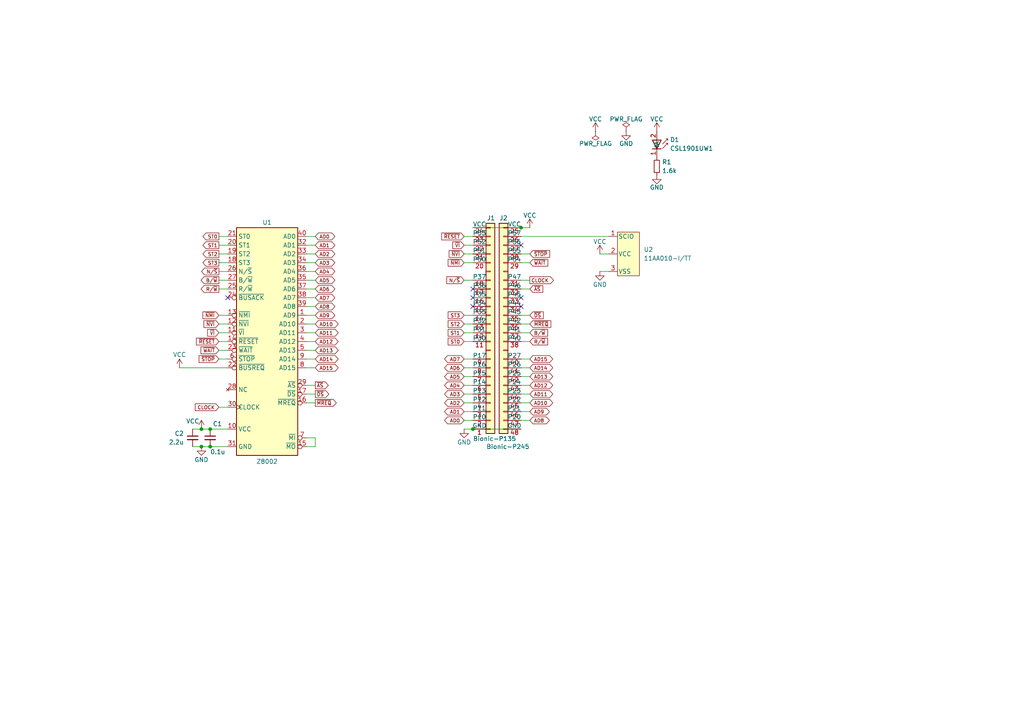
<source format=kicad_sch>
(kicad_sch (version 20250114) (generator "eeschema") (generator_version "9.0")
  (paper "A4")
  (title_block (title "BionicZ8002") (date "2025-12-16") (rev "1") (company "Tadashi G. Takaoka"))
  (lib_symbols
    (symbol "Device:C_Small" (pin_numbers (hide yes)) (pin_names (offset 0.254) (hide yes))
      (property "Reference" "C" (at 0.254 1.778 0))
      (property "Value" "C_Small" (at 0.254 -2.032 0))
      (symbol "C_Small_0_1"
        (polyline (pts (xy -1.524 0.508) (xy 1.524 0.508)) (stroke (width 0.3048)))
        (polyline (pts (xy -1.524 -0.508) (xy 1.524 -0.508)) (stroke (width 0.3302)))
      )
      (symbol "C_Small_1_1"
        (pin passive line (at 0 2.54 270) (length 2.032) (name "~") (number "1"))
        (pin passive line (at 0 -2.54 90) (length 2.032) (name "~") (number "2"))
      )
    )
    (symbol "Device:R_Small" (pin_numbers (hide yes)) (pin_names (offset 0.254) (hide yes))
      (property "Reference" "R" (at 0 0 90))
      (property "Value" "R_Small" (at 1.778 0 90))
      (symbol "R_Small_0_1"
        (rectangle (start -0.762 1.778) (end 0.762 -1.778) (stroke (width 0.2032)))
      )
      (symbol "R_Small_1_1"
        (pin passive line (at 0 2.54 270) (length 0.762) (name "~") (number "1"))
        (pin passive line (at 0 -2.54 90) (length 0.762) (name "~") (number "2"))
      )
    )
    (symbol "bionic:Bionic-P135" (pin_names (offset 0))
      (property "Reference" "J" (at 0 30.48 0))
      (property "Value" "Bionic-P135" (at -1.27 -33.02 0))
      (symbol "Bionic-P135_1_1"
        (rectangle (start 0 28.067) (end -1.27 27.813) (stroke (width 0.1524)))
        (rectangle (start 0 25.527) (end -1.27 25.273) (stroke (width 0.1524)))
        (rectangle (start 0 22.987) (end -1.27 22.733) (stroke (width 0.1524)))
        (rectangle (start 0 20.447) (end -1.27 20.193) (stroke (width 0.1524)))
        (rectangle (start 0 17.907) (end -1.27 17.653) (stroke (width 0.1524)))
        (rectangle (start 0 15.367) (end -1.27 15.113) (stroke (width 0.1524)))
        (rectangle (start 0 12.827) (end -1.27 12.573) (stroke (width 0.1524)))
        (rectangle (start 0 10.287) (end -1.27 10.033) (stroke (width 0.1524)))
        (rectangle (start 0 7.747) (end -1.27 7.493) (stroke (width 0.1524)))
        (rectangle (start 0 5.207) (end -1.27 4.953) (stroke (width 0.1524)))
        (rectangle (start 0 2.667) (end -1.27 2.413) (stroke (width 0.1524)))
        (rectangle (start 0 0.127) (end -1.27 -0.127) (stroke (width 0.1524)))
        (rectangle (start 0 -2.413) (end -1.27 -2.667) (stroke (width 0.1524)))
        (rectangle (start 0 -4.953) (end -1.27 -5.207) (stroke (width 0.1524)))
        (rectangle (start 0 -7.493) (end -1.27 -7.747) (stroke (width 0.1524)))
        (rectangle (start 0 -10.033) (end -1.27 -10.287) (stroke (width 0.1524)))
        (rectangle (start 0 -12.573) (end -1.27 -12.827) (stroke (width 0.1524)))
        (rectangle (start 0 -15.113) (end -1.27 -15.367) (stroke (width 0.1524)))
        (rectangle (start 0 -17.653) (end -1.27 -17.907) (stroke (width 0.1524)))
        (rectangle (start 0 -20.193) (end -1.27 -20.447) (stroke (width 0.1524)))
        (rectangle (start 0 -22.733) (end -1.27 -22.987) (stroke (width 0.1524)))
        (rectangle (start 0 -25.273) (end -1.27 -25.527) (stroke (width 0.1524)))
        (rectangle (start 0 -27.813) (end -1.27 -28.067) (stroke (width 0.1524)))
        (rectangle (start 0 -30.353) (end -1.27 -30.607) (stroke (width 0.1524)))
        (rectangle (start 1.27 29.21) (end -1.27 -31.75) (stroke (width 0.254)) (fill (type background)))
        (pin power_in line (at -5.08 27.94 0) (length 3.81) (name "VCC") (number "24"))
        (pin bidirectional line (at -5.08 25.4 0) (length 3.81) (name "P53") (number "23"))
        (pin bidirectional line (at -5.08 22.86 0) (length 3.81) (name "P52") (number "22"))
        (pin bidirectional line (at -5.08 20.32 0) (length 3.81) (name "P51") (number "21"))
        (pin bidirectional line (at -5.08 17.78 0) (length 3.81) (name "P50") (number "20"))
        (pin bidirectional line (at -5.08 12.7 0) (length 3.81) (name "P37") (number "18"))
        (pin bidirectional line (at -5.08 10.16 0) (length 3.81) (name "P36") (number "17"))
        (pin bidirectional line (at -5.08 7.62 0) (length 3.81) (name "P35") (number "16"))
        (pin bidirectional line (at -5.08 5.08 0) (length 3.81) (name "P34") (number "15"))
        (pin bidirectional line (at -5.08 2.54 0) (length 3.81) (name "P33") (number "14"))
        (pin bidirectional line (at -5.08 0 0) (length 3.81) (name "P32") (number "13"))
        (pin bidirectional line (at -5.08 -2.54 0) (length 3.81) (name "P31") (number "12"))
        (pin bidirectional line (at -5.08 -5.08 0) (length 3.81) (name "P30") (number "11"))
        (pin bidirectional line (at -5.08 -10.16 0) (length 3.81) (name "P17") (number "9"))
        (pin bidirectional line (at -5.08 -12.7 0) (length 3.81) (name "P16") (number "8"))
        (pin bidirectional line (at -5.08 -15.24 0) (length 3.81) (name "P15") (number "7"))
        (pin bidirectional line (at -5.08 -17.78 0) (length 3.81) (name "P14") (number "6"))
        (pin bidirectional line (at -5.08 -20.32 0) (length 3.81) (name "P13") (number "5"))
        (pin bidirectional line (at -5.08 -22.86 0) (length 3.81) (name "P12") (number "4"))
        (pin bidirectional line (at -5.08 -25.4 0) (length 3.81) (name "P11") (number "3"))
        (pin bidirectional line (at -5.08 -27.94 0) (length 3.81) (name "P10") (number "2"))
        (pin power_in line (at -5.08 -30.48 0) (length 3.81) (name "GND") (number "1"))
      )
    )
    (symbol "bionic:Bionic-P245" (pin_names (offset 0))
      (property "Reference" "J" (at -3.81 30.48 0))
      (property "Value" "Bionic-P245" (at -1.27 -33.02 0))
      (symbol "Bionic-P245_1_1"
        (rectangle (start -2.54 29.21) (end -5.08 -31.75) (stroke (width 0.254)) (fill (type background)))
        (rectangle (start -2.54 27.813) (end -3.81 28.067) (stroke (width 0.1524)))
        (rectangle (start -2.54 25.273) (end -3.81 25.527) (stroke (width 0.1524)))
        (rectangle (start -2.54 22.733) (end -3.81 22.987) (stroke (width 0.1524)))
        (rectangle (start -2.54 20.193) (end -3.81 20.447) (stroke (width 0.1524)))
        (rectangle (start -2.54 17.653) (end -3.81 17.907) (stroke (width 0.1524)))
        (rectangle (start -2.54 15.113) (end -3.81 15.367) (stroke (width 0.1524)))
        (rectangle (start -2.54 12.573) (end -3.81 12.827) (stroke (width 0.1524)))
        (rectangle (start -2.54 10.033) (end -3.81 10.287) (stroke (width 0.1524)))
        (rectangle (start -2.54 7.493) (end -3.81 7.747) (stroke (width 0.1524)))
        (rectangle (start -2.54 4.953) (end -3.81 5.207) (stroke (width 0.1524)))
        (rectangle (start -2.54 2.413) (end -3.81 2.667) (stroke (width 0.1524)))
        (rectangle (start -2.54 -0.127) (end -3.81 0.127) (stroke (width 0.1524)))
        (rectangle (start -2.54 -2.667) (end -3.81 -2.413) (stroke (width 0.1524)))
        (rectangle (start -2.54 -5.207) (end -3.81 -4.953) (stroke (width 0.1524)))
        (rectangle (start -2.54 -7.747) (end -3.81 -7.493) (stroke (width 0.1524)))
        (rectangle (start -2.54 -10.287) (end -3.81 -10.033) (stroke (width 0.1524)))
        (rectangle (start -2.54 -12.827) (end -3.81 -12.573) (stroke (width 0.1524)))
        (rectangle (start -2.54 -15.367) (end -3.81 -15.113) (stroke (width 0.1524)))
        (rectangle (start -2.54 -17.907) (end -3.81 -17.653) (stroke (width 0.1524)))
        (rectangle (start -2.54 -20.447) (end -3.81 -20.193) (stroke (width 0.1524)))
        (rectangle (start -2.54 -22.987) (end -3.81 -22.733) (stroke (width 0.1524)))
        (rectangle (start -2.54 -25.527) (end -3.81 -25.273) (stroke (width 0.1524)))
        (rectangle (start -2.54 -28.067) (end -3.81 -27.813) (stroke (width 0.1524)))
        (rectangle (start -2.54 -30.607) (end -3.81 -30.353) (stroke (width 0.1524)))
        (pin power_in line (at 1.27 27.94 180) (length 3.81) (name "VCC") (number "25"))
        (pin bidirectional line (at 1.27 25.4 180) (length 3.81) (name "P57") (number "26"))
        (pin bidirectional line (at 1.27 22.86 180) (length 3.81) (name "P56") (number "27"))
        (pin bidirectional line (at 1.27 20.32 180) (length 3.81) (name "P55") (number "28"))
        (pin bidirectional line (at 1.27 17.78 180) (length 3.81) (name "P54") (number "29"))
        (pin bidirectional line (at 1.27 12.7 180) (length 3.81) (name "P47") (number "31"))
        (pin bidirectional line (at 1.27 10.16 180) (length 3.81) (name "P46") (number "32"))
        (pin bidirectional line (at 1.27 7.62 180) (length 3.81) (name "P45") (number "33"))
        (pin bidirectional line (at 1.27 5.08 180) (length 3.81) (name "P44") (number "34"))
        (pin bidirectional line (at 1.27 2.54 180) (length 3.81) (name "P43") (number "35"))
        (pin bidirectional line (at 1.27 0 180) (length 3.81) (name "P42") (number "36"))
        (pin bidirectional line (at 1.27 -2.54 180) (length 3.81) (name "P41") (number "37"))
        (pin bidirectional line (at 1.27 -5.08 180) (length 3.81) (name "P40") (number "38"))
        (pin bidirectional line (at 1.27 -10.16 180) (length 3.81) (name "P27") (number "40"))
        (pin bidirectional line (at 1.27 -12.7 180) (length 3.81) (name "P26") (number "41"))
        (pin bidirectional line (at 1.27 -15.24 180) (length 3.81) (name "P25") (number "42"))
        (pin bidirectional line (at 1.27 -17.78 180) (length 3.81) (name "P24") (number "43"))
        (pin bidirectional line (at 1.27 -20.32 180) (length 3.81) (name "P23") (number "44"))
        (pin bidirectional line (at 1.27 -22.86 180) (length 3.81) (name "P22") (number "45"))
        (pin bidirectional line (at 1.27 -25.4 180) (length 3.81) (name "P21") (number "46"))
        (pin bidirectional line (at 1.27 -27.94 180) (length 3.81) (name "P20") (number "47"))
        (pin power_in line (at 1.27 -30.48 180) (length 3.81) (name "GND") (number "48"))
      )
    )
    (symbol "cpu:Z8002"
      (property "Reference" "U" (at -1.27 34.29 0))
      (property "Value" "Z8002" (at 0 -34.036 0))
      (symbol "Z8002_0_1"
        (rectangle (start -8.89 33.02) (end 8.89 -33.02) (stroke (width 0.254)) (fill (type background)))
      )
      (symbol "Z8002_1_1"
        (pin output line (at -11.43 30.48 0) (length 2.54) (name "ST0") (number "21"))
        (pin output line (at -11.43 27.94 0) (length 2.54) (name "ST1") (number "20"))
        (pin output line (at -11.43 25.4 0) (length 2.54) (name "ST2") (number "19"))
        (pin output line (at -11.43 22.86 0) (length 2.54) (name "ST3") (number "18"))
        (pin output line (at -11.43 20.32 0) (length 2.54) (name "N/~{S}") (number "26"))
        (pin output line (at -11.43 17.78 0) (length 2.54) (name "B/~{W}") (number "27"))
        (pin output line (at -11.43 15.24 0) (length 2.54) (name "R/~{W}") (number "25"))
        (pin output inverted (at -11.43 12.7 0) (length 2.54) (name "~{BUSACK}") (number "24"))
        (pin input inverted (at -11.43 7.62 0) (length 2.54) (name "~{NMI}") (number "13"))
        (pin input inverted (at -11.43 5.08 0) (length 2.54) (name "~{NVI}") (number "12"))
        (pin input inverted (at -11.43 2.54 0) (length 2.54) (name "~{VI}") (number "11"))
        (pin input inverted (at -11.43 0 0) (length 2.54) (name "~{RESET}") (number "14"))
        (pin input inverted (at -11.43 -2.54 0) (length 2.54) (name "~{WAIT}") (number "23"))
        (pin input inverted (at -11.43 -5.08 0) (length 2.54) (name "~{STOP}") (number "6"))
        (pin input inverted (at -11.43 -7.62 0) (length 2.54) (name "~{BUSREQ}") (number "22"))
        (pin no_connect line (at -11.43 -13.97 0) (length 2.54) (name "NC") (number "28"))
        (pin input clock (at -11.43 -19.05 0) (length 2.54) (name "CLOCK") (number "30"))
        (pin power_in line (at -11.43 -25.4 0) (length 2.54) (name "VCC") (number "10"))
        (pin power_in line (at -11.43 -30.48 0) (length 2.54) (name "GND") (number "31"))
        (pin bidirectional line (at 11.43 30.48 180) (length 2.54) (name "AD0") (number "40"))
        (pin bidirectional line (at 11.43 27.94 180) (length 2.54) (name "AD1") (number "32"))
        (pin bidirectional line (at 11.43 25.4 180) (length 2.54) (name "AD2") (number "33"))
        (pin bidirectional line (at 11.43 22.86 180) (length 2.54) (name "AD3") (number "34"))
        (pin bidirectional line (at 11.43 20.32 180) (length 2.54) (name "AD4") (number "36"))
        (pin bidirectional line (at 11.43 17.78 180) (length 2.54) (name "AD5") (number "35"))
        (pin bidirectional line (at 11.43 15.24 180) (length 2.54) (name "AD6") (number "37"))
        (pin bidirectional line (at 11.43 12.7 180) (length 2.54) (name "AD7") (number "38"))
        (pin bidirectional line (at 11.43 10.16 180) (length 2.54) (name "AD8") (number "39"))
        (pin bidirectional line (at 11.43 7.62 180) (length 2.54) (name "AD9") (number "1"))
        (pin bidirectional line (at 11.43 5.08 180) (length 2.54) (name "AD10") (number "2"))
        (pin bidirectional line (at 11.43 2.54 180) (length 2.54) (name "AD11") (number "3"))
        (pin bidirectional line (at 11.43 0 180) (length 2.54) (name "AD12") (number "4"))
        (pin bidirectional line (at 11.43 -2.54 180) (length 2.54) (name "AD13") (number "5"))
        (pin bidirectional line (at 11.43 -5.08 180) (length 2.54) (name "AD14") (number "9"))
        (pin bidirectional line (at 11.43 -7.62 180) (length 2.54) (name "AD15") (number "8"))
        (pin output inverted (at 11.43 -12.7 180) (length 2.54) (name "~{AS}") (number "29"))
        (pin output inverted (at 11.43 -15.24 180) (length 2.54) (name "~{DS}") (number "17"))
        (pin output inverted (at 11.43 -17.78 180) (length 2.54) (name "~{MREQ}") (number "16"))
        (pin input inverted (at 11.43 -27.94 180) (length 2.54) (name "~{MI}") (number "7"))
        (pin output inverted (at 11.43 -30.48 180) (length 2.54) (name "~{MO}") (number "15"))
      )
    )
    (symbol "microchip:11AA010-I_TT" (pin_names (offset 0.254))
      (property "Reference" "U" (at 2.54 1.27 0))
      (property "Value" "11AA010-I/TT" (at 3.81 -13.97 0))
      (symbol "11AA010-I_TT_1_1"
        (rectangle (start 0 0) (end 6.35 -12.7) (fill (type background)))
        (pin bidirectional line (at -2.54 -1.27 0) (length 2.54) (name "SCIO") (number "1"))
        (pin power_in line (at -2.54 -6.35 0) (length 2.54) (name "VCC") (number "2"))
        (pin power_in line (at -2.54 -11.43 0) (length 2.54) (name "VSS") (number "3"))
      )
    )
    (symbol "power:GND" (power) (pin_numbers (hide yes)) (pin_names (offset 0) (hide yes))
      (property "Value" "GND" (at 0 -3.81 0))
      (symbol "GND_0_1"
        (polyline (pts (xy 0 0) (xy 0 -1.27) (xy 1.27 -1.27) (xy 0 -2.54) (xy -1.27 -1.27) (xy 0 -1.27)))
      )
      (symbol "GND_1_1"
        (pin power_in line (at 0 0 270) (length 0) (name "~") (number "1"))
      )
    )
    (symbol "power:PWR_FLAG" (power) (pin_numbers (hide yes)) (pin_names (offset 0) (hide yes))
      (property "Value" "PWR_FLAG" (at 0 3.81 0))
      (symbol "PWR_FLAG_0_0"
        (pin power_out line (at 0 0 90) (length 0) (name "~") (number "1"))
      )
      (symbol "PWR_FLAG_0_1"
        (polyline (pts (xy 0 0) (xy 0 1.27) (xy -1.016 1.905) (xy 0 2.54) (xy 1.016 1.905) (xy 0 1.27)))
      )
    )
    (symbol "power:VCC" (power) (pin_numbers (hide yes)) (pin_names (offset 0) (hide yes))
      (property "Value" "VCC" (at 0 3.556 0))
      (symbol "VCC_0_1"
        (polyline (pts (xy -0.762 1.27) (xy 0 2.54)))
        (polyline (pts (xy 0 2.54) (xy 0.762 1.27)))
        (polyline (pts (xy 0 0) (xy 0 2.54)))
      )
      (symbol "VCC_1_1"
        (pin power_in line (at 0 0 90) (length 0) (name "~") (number "1"))
      )
    )
    (symbol "rhom:CSL1901UW1" (pin_names (offset 0.254))
      (property "Reference" "D" (at 3.81 -2.54 0))
      (property "Value" "CSL1901UW1" (at 3.81 -5.08 0))
      (symbol "CSL1901UW1_0_1"
        (polyline (pts (xy 2.159 3.175) (xy 2.667 3.175)))
        (polyline (pts (xy 2.54 0) (xy 5.08 0)))
        (polyline (pts (xy 2.54 -1.27) (xy 5.08 0) (xy 2.54 1.27) (xy 2.54 -1.27)) (stroke (width 0.254)))
        (polyline (pts (xy 3.683 1.651) (xy 2.159 3.175) (xy 2.159 2.667)))
        (polyline (pts (xy 4.953 1.651) (xy 3.429 3.175) (xy 3.429 2.667) (xy 3.429 3.175) (xy 3.937 3.175)))
        (polyline (pts (xy 5.08 1.27) (xy 5.08 -1.27)) (stroke (width 0.254)))
      )
      (symbol "CSL1901UW1_1_1"
        (pin passive line (at 0 0 0) (length 2.54) (name "A") (number "2"))
        (pin passive line (at 7.62 0 180) (length 2.54) (name "K") (number "1"))
      )
      (symbol "CSL1901UW1_1_2"
        (polyline (pts (xy -5.08 8.255) (xy -5.08 7.62)) (stroke (width 0.2032)))
        (polyline (pts (xy -5.08 7.62) (xy -4.445 8.255)) (stroke (width 0.2032)))
        (polyline (pts (xy -4.445 10.16) (xy -4.445 9.525)) (stroke (width 0.2032)))
        (polyline (pts (xy -4.445 9.525) (xy -3.81 10.16)) (stroke (width 0.2032)))
        (polyline (pts (xy -4.445 8.255) (xy -5.08 8.255)) (stroke (width 0.2032)))
        (polyline (pts (xy -4.445 6.35) (xy -3.81 6.985)) (stroke (width 0.2032)))
        (polyline (pts (xy -3.81 10.16) (xy -4.445 10.16)) (stroke (width 0.2032)))
        (polyline (pts (xy -3.81 8.255) (xy -3.175 8.89)) (stroke (width 0.2032)))
        (polyline (pts (xy -3.81 6.985) (xy -5.08 8.255)) (stroke (width 0.2032)))
        (polyline (pts (xy -3.175 8.89) (xy -4.445 10.16)) (stroke (width 0.2032)))
        (polyline (pts (xy -3.175 5.08) (xy -4.445 6.35)) (stroke (width 0.2032)))
        (polyline (pts (xy -2.54 6.985) (xy -3.81 8.255)) (stroke (width 0.2032)))
        (polyline (pts (xy -1.905 3.81) (xy 1.905 3.81)) (stroke (width 0.2032)))
        (polyline (pts (xy 0 6.35) (xy -1.905 3.81)) (stroke (width 0.2032)))
        (polyline (pts (xy 0 6.35) (xy 0 7.62)) (stroke (width 0.2032)))
        (polyline (pts (xy 0 3.175) (xy 0 3.81)) (stroke (width 0.2032)))
        (polyline (pts (xy 0 2.54) (xy 0 3.4798)) (stroke (width 0.2032)))
        (polyline (pts (xy 1.905 6.35) (xy -1.905 6.35)) (stroke (width 0.2032)))
        (polyline (pts (xy 1.905 3.81) (xy 0 6.35)) (stroke (width 0.2032)))
        (pin unspecified line (at 0 10.16 270) (length 2.54) (name "") (number "1"))
        (pin unspecified line (at 0 0 90) (length 2.54) (name "") (number "2"))
      )
    )
  )
  (junction (at 151.13 66.04))
  (junction (at 137.16 124.46))
  (junction (at 60.96 124.46))
  (junction (at 60.96 129.54))
  (junction (at 58.42 124.46))
  (junction (at 58.42 129.54))
  (no_connect (at 137.16 88.9))
  (no_connect (at 66.04 86.36))
  (no_connect (at 151.13 88.9))
  (no_connect (at 151.13 86.36))
  (no_connect (at 137.16 83.82))
  (no_connect (at 151.13 71.12))
  (no_connect (at 137.16 86.36))
  (wire (pts (xy 52.07 106.68) (xy 66.04 106.68)))
  (wire (pts (xy 151.13 68.58) (xy 176.53 68.58)))
  (wire (pts (xy 134.62 106.68) (xy 137.16 106.68)))
  (wire (pts (xy 88.9 81.28) (xy 91.44 81.28)))
  (wire (pts (xy 88.9 73.66) (xy 91.44 73.66)))
  (wire (pts (xy 91.44 127) (xy 91.44 129.54)))
  (wire (pts (xy 151.13 119.38) (xy 153.67 119.38)))
  (wire (pts (xy 134.62 99.06) (xy 137.16 99.06)))
  (wire (pts (xy 134.62 116.84) (xy 137.16 116.84)))
  (wire (pts (xy 63.5 93.98) (xy 66.04 93.98)))
  (wire (pts (xy 151.13 81.28) (xy 153.67 81.28)))
  (wire (pts (xy 151.13 121.92) (xy 153.67 121.92)))
  (wire (pts (xy 88.9 116.84) (xy 91.44 116.84)))
  (wire (pts (xy 134.62 68.58) (xy 137.16 68.58)))
  (wire (pts (xy 60.96 129.54) (xy 66.04 129.54)))
  (wire (pts (xy 91.44 129.54) (xy 88.9 129.54)))
  (wire (pts (xy 151.13 99.06) (xy 153.67 99.06)))
  (wire (pts (xy 88.9 86.36) (xy 91.44 86.36)))
  (wire (pts (xy 60.96 124.46) (xy 66.04 124.46)))
  (wire (pts (xy 88.9 68.58) (xy 91.44 68.58)))
  (wire (pts (xy 88.9 111.76) (xy 91.44 111.76)))
  (wire (pts (xy 134.62 71.12) (xy 137.16 71.12)))
  (wire (pts (xy 134.62 111.76) (xy 137.16 111.76)))
  (wire (pts (xy 63.5 78.74) (xy 66.04 78.74)))
  (wire (pts (xy 151.13 106.68) (xy 153.67 106.68)))
  (wire (pts (xy 134.62 91.44) (xy 137.16 91.44)))
  (wire (pts (xy 63.5 118.11) (xy 66.04 118.11)))
  (wire (pts (xy 88.9 96.52) (xy 91.44 96.52)))
  (wire (pts (xy 151.13 111.76) (xy 153.67 111.76)))
  (wire (pts (xy 151.13 109.22) (xy 153.67 109.22)))
  (wire (pts (xy 151.13 83.82) (xy 153.67 83.82)))
  (wire (pts (xy 63.5 68.58) (xy 66.04 68.58)))
  (wire (pts (xy 134.62 104.14) (xy 137.16 104.14)))
  (wire (pts (xy 151.13 93.98) (xy 153.67 93.98)))
  (wire (pts (xy 151.13 76.2) (xy 153.67 76.2)))
  (wire (pts (xy 63.5 91.44) (xy 66.04 91.44)))
  (wire (pts (xy 134.62 121.92) (xy 137.16 121.92)))
  (wire (pts (xy 151.13 116.84) (xy 153.67 116.84)))
  (wire (pts (xy 88.9 91.44) (xy 91.44 91.44)))
  (wire (pts (xy 63.5 104.14) (xy 66.04 104.14)))
  (wire (pts (xy 134.62 124.46) (xy 137.16 124.46)))
  (wire (pts (xy 88.9 71.12) (xy 91.44 71.12)))
  (wire (pts (xy 134.62 96.52) (xy 137.16 96.52)))
  (wire (pts (xy 55.88 129.54) (xy 58.42 129.54)))
  (wire (pts (xy 134.62 119.38) (xy 137.16 119.38)))
  (wire (pts (xy 88.9 127) (xy 91.44 127)))
  (wire (pts (xy 173.99 78.74) (xy 176.53 78.74)))
  (wire (pts (xy 151.13 73.66) (xy 153.67 73.66)))
  (wire (pts (xy 88.9 99.06) (xy 91.44 99.06)))
  (wire (pts (xy 63.5 99.06) (xy 66.04 99.06)))
  (wire (pts (xy 63.5 71.12) (xy 66.04 71.12)))
  (wire (pts (xy 63.5 83.82) (xy 66.04 83.82)))
  (wire (pts (xy 151.13 114.3) (xy 153.67 114.3)))
  (wire (pts (xy 137.16 66.04) (xy 151.13 66.04)))
  (wire (pts (xy 134.62 93.98) (xy 137.16 93.98)))
  (wire (pts (xy 63.5 96.52) (xy 66.04 96.52)))
  (wire (pts (xy 55.88 124.46) (xy 58.42 124.46)))
  (wire (pts (xy 88.9 93.98) (xy 91.44 93.98)))
  (wire (pts (xy 88.9 76.2) (xy 91.44 76.2)))
  (wire (pts (xy 63.5 73.66) (xy 66.04 73.66)))
  (wire (pts (xy 151.13 104.14) (xy 153.67 104.14)))
  (wire (pts (xy 134.62 73.66) (xy 137.16 73.66)))
  (wire (pts (xy 173.99 73.66) (xy 176.53 73.66)))
  (wire (pts (xy 63.5 76.2) (xy 66.04 76.2)))
  (wire (pts (xy 134.62 81.28) (xy 137.16 81.28)))
  (wire (pts (xy 88.9 83.82) (xy 91.44 83.82)))
  (wire (pts (xy 63.5 101.6) (xy 66.04 101.6)))
  (wire (pts (xy 137.16 124.46) (xy 151.13 124.46)))
  (wire (pts (xy 134.62 114.3) (xy 137.16 114.3)))
  (wire (pts (xy 58.42 124.46) (xy 60.96 124.46)))
  (wire (pts (xy 151.13 91.44) (xy 153.67 91.44)))
  (wire (pts (xy 134.62 76.2) (xy 137.16 76.2)))
  (wire (pts (xy 88.9 101.6) (xy 91.44 101.6)))
  (wire (pts (xy 151.13 66.04) (xy 153.67 66.04)))
  (wire (pts (xy 88.9 104.14) (xy 91.44 104.14)))
  (wire (pts (xy 88.9 114.3) (xy 91.44 114.3)))
  (wire (pts (xy 151.13 96.52) (xy 153.67 96.52)))
  (wire (pts (xy 88.9 78.74) (xy 91.44 78.74)))
  (wire (pts (xy 63.5 81.28) (xy 66.04 81.28)))
  (wire (pts (xy 58.42 129.54) (xy 60.96 129.54)))
  (wire (pts (xy 88.9 88.9) (xy 91.44 88.9)))
  (wire (pts (xy 134.62 109.22) (xy 137.16 109.22)))
  (wire (pts (xy 88.9 106.68) (xy 91.44 106.68)))
  (global_label "AD10" (shape bidirectional) (at 153.67 116.84 0) (effects (font (size 1.016 1.016))) (property "Intersheetrefs" "${INTERSHEET_REFS}" (effects (hide yes))))
  (global_label "AD0" (shape bidirectional) (at 134.62 121.92 180) (effects (font (size 1.016 1.016))) (property "Intersheetrefs" "${INTERSHEET_REFS}" (effects (hide yes))))
  (global_label "AD4" (shape bidirectional) (at 91.44 78.74 0) (effects (font (size 1.016 1.016))) (property "Intersheetrefs" "${INTERSHEET_REFS}" (effects (hide yes))))
  (global_label "CLOCK" (shape input) (at 63.5 118.11 180) (effects (font (size 1.016 1.016))) (property "Intersheetrefs" "${INTERSHEET_REFS}" (effects (hide yes))))
  (global_label "ST1" (shape output) (at 63.5 71.12 180) (effects (font (size 1.016 1.016))) (property "Intersheetrefs" "${INTERSHEET_REFS}" (effects (hide yes))))
  (global_label "AD12" (shape bidirectional) (at 91.44 99.06 0) (effects (font (size 1.016 1.016))) (property "Intersheetrefs" "${INTERSHEET_REFS}" (effects (hide yes))))
  (global_label "~{VI}" (shape input) (at 134.62 71.12 180) (effects (font (size 1.016 1.016))) (property "Intersheetrefs" "${INTERSHEET_REFS}" (effects (hide yes))))
  (global_label "~{DS}" (shape output) (at 91.44 114.3 0) (effects (font (size 1.016 1.016))) (property "Intersheetrefs" "${INTERSHEET_REFS}" (effects (hide yes))))
  (global_label "~{NVI}" (shape input) (at 63.5 93.98 180) (effects (font (size 1.016 1.016))) (property "Intersheetrefs" "${INTERSHEET_REFS}" (effects (hide yes))))
  (global_label "~{STOP}" (shape input) (at 63.5 104.14 180) (effects (font (size 1.016 1.016))) (property "Intersheetrefs" "${INTERSHEET_REFS}" (effects (hide yes))))
  (global_label "AD5" (shape bidirectional) (at 134.62 109.22 180) (effects (font (size 1.016 1.016))) (property "Intersheetrefs" "${INTERSHEET_REFS}" (effects (hide yes))))
  (global_label "B{slash}~{W}" (shape input) (at 153.67 96.52 0) (effects (font (size 1.016 1.016))) (property "Intersheetrefs" "${INTERSHEET_REFS}" (effects (hide yes))))
  (global_label "CLOCK" (shape output) (at 153.67 81.28 0) (effects (font (size 1.016 1.016))) (property "Intersheetrefs" "${INTERSHEET_REFS}" (effects (hide yes))))
  (global_label "N{slash}~{S}" (shape input) (at 134.62 81.28 180) (effects (font (size 1.016 1.016))) (property "Intersheetrefs" "${INTERSHEET_REFS}" (effects (hide yes))))
  (global_label "AD4" (shape bidirectional) (at 134.62 111.76 180) (effects (font (size 1.016 1.016))) (property "Intersheetrefs" "${INTERSHEET_REFS}" (effects (hide yes))))
  (global_label "~{NMI}" (shape input) (at 63.5 91.44 180) (effects (font (size 1.016 1.016))) (property "Intersheetrefs" "${INTERSHEET_REFS}" (effects (hide yes))))
  (global_label "ST2" (shape input) (at 134.62 93.98 180) (effects (font (size 1.016 1.016))) (property "Intersheetrefs" "${INTERSHEET_REFS}" (effects (hide yes))))
  (global_label "AD11" (shape bidirectional) (at 91.44 96.52 0) (effects (font (size 1.016 1.016))) (property "Intersheetrefs" "${INTERSHEET_REFS}" (effects (hide yes))))
  (global_label "ST3" (shape output) (at 63.5 76.2 180) (effects (font (size 1.016 1.016))) (property "Intersheetrefs" "${INTERSHEET_REFS}" (effects (hide yes))))
  (global_label "AD13" (shape bidirectional) (at 91.44 101.6 0) (effects (font (size 1.016 1.016))) (property "Intersheetrefs" "${INTERSHEET_REFS}" (effects (hide yes))))
  (global_label "ST1" (shape input) (at 134.62 96.52 180) (effects (font (size 1.016 1.016))) (property "Intersheetrefs" "${INTERSHEET_REFS}" (effects (hide yes))))
  (global_label "AD9" (shape bidirectional) (at 91.44 91.44 0) (effects (font (size 1.016 1.016))) (property "Intersheetrefs" "${INTERSHEET_REFS}" (effects (hide yes))))
  (global_label "AD13" (shape bidirectional) (at 153.67 109.22 0) (effects (font (size 1.016 1.016))) (property "Intersheetrefs" "${INTERSHEET_REFS}" (effects (hide yes))))
  (global_label "AD7" (shape bidirectional) (at 91.44 86.36 0) (effects (font (size 1.016 1.016))) (property "Intersheetrefs" "${INTERSHEET_REFS}" (effects (hide yes))))
  (global_label "R{slash}~{W}" (shape output) (at 63.5 83.82 180) (effects (font (size 1.016 1.016))) (property "Intersheetrefs" "${INTERSHEET_REFS}" (effects (hide yes))))
  (global_label "~{MREQ}" (shape input) (at 153.67 93.98 0) (effects (font (size 1.016 1.016))) (property "Intersheetrefs" "${INTERSHEET_REFS}" (effects (hide yes))))
  (global_label "AD0" (shape bidirectional) (at 91.44 68.58 0) (effects (font (size 1.016 1.016))) (property "Intersheetrefs" "${INTERSHEET_REFS}" (effects (hide yes))))
  (global_label "AD7" (shape bidirectional) (at 134.62 104.14 180) (effects (font (size 1.016 1.016))) (property "Intersheetrefs" "${INTERSHEET_REFS}" (effects (hide yes))))
  (global_label "AD15" (shape bidirectional) (at 153.67 104.14 0) (effects (font (size 1.016 1.016))) (property "Intersheetrefs" "${INTERSHEET_REFS}" (effects (hide yes))))
  (global_label "ST3" (shape input) (at 134.62 91.44 180) (effects (font (size 1.016 1.016))) (property "Intersheetrefs" "${INTERSHEET_REFS}" (effects (hide yes))))
  (global_label "AD1" (shape bidirectional) (at 91.44 71.12 0) (effects (font (size 1.016 1.016))) (property "Intersheetrefs" "${INTERSHEET_REFS}" (effects (hide yes))))
  (global_label "ST2" (shape output) (at 63.5 73.66 180) (effects (font (size 1.016 1.016))) (property "Intersheetrefs" "${INTERSHEET_REFS}" (effects (hide yes))))
  (global_label "B{slash}~{W}" (shape output) (at 63.5 81.28 180) (effects (font (size 1.016 1.016))) (property "Intersheetrefs" "${INTERSHEET_REFS}" (effects (hide yes))))
  (global_label "~{WAIT}" (shape input) (at 153.67 76.2 0) (effects (font (size 1.016 1.016))) (property "Intersheetrefs" "${INTERSHEET_REFS}" (effects (hide yes))))
  (global_label "~{MREQ}" (shape output) (at 91.44 116.84 0) (effects (font (size 1.016 1.016))) (property "Intersheetrefs" "${INTERSHEET_REFS}" (effects (hide yes))))
  (global_label "~{AS}" (shape input) (at 153.67 83.82 0) (effects (font (size 1.016 1.016))) (property "Intersheetrefs" "${INTERSHEET_REFS}" (effects (hide yes))))
  (global_label "~{WAIT}" (shape input) (at 63.5 101.6 180) (effects (font (size 1.016 1.016))) (property "Intersheetrefs" "${INTERSHEET_REFS}" (effects (hide yes))))
  (global_label "~{STOP}" (shape input) (at 153.67 73.66 0) (effects (font (size 1.016 1.016))) (property "Intersheetrefs" "${INTERSHEET_REFS}" (effects (hide yes))))
  (global_label "AD11" (shape bidirectional) (at 153.67 114.3 0) (effects (font (size 1.016 1.016))) (property "Intersheetrefs" "${INTERSHEET_REFS}" (effects (hide yes))))
  (global_label "~{AS}" (shape output) (at 91.44 111.76 0) (effects (font (size 1.016 1.016))) (property "Intersheetrefs" "${INTERSHEET_REFS}" (effects (hide yes))))
  (global_label "~{RESET}" (shape input) (at 63.5 99.06 180) (effects (font (size 1.016 1.016))) (property "Intersheetrefs" "${INTERSHEET_REFS}" (effects (hide yes))))
  (global_label "N{slash}~{S}" (shape output) (at 63.5 78.74 180) (effects (font (size 1.016 1.016))) (property "Intersheetrefs" "${INTERSHEET_REFS}" (effects (hide yes))))
  (global_label "~{DS}" (shape input) (at 153.67 91.44 0) (effects (font (size 1.016 1.016))) (property "Intersheetrefs" "${INTERSHEET_REFS}" (effects (hide yes))))
  (global_label "AD2" (shape bidirectional) (at 134.62 116.84 180) (effects (font (size 1.016 1.016))) (property "Intersheetrefs" "${INTERSHEET_REFS}" (effects (hide yes))))
  (global_label "AD5" (shape bidirectional) (at 91.44 81.28 0) (effects (font (size 1.016 1.016))) (property "Intersheetrefs" "${INTERSHEET_REFS}" (effects (hide yes))))
  (global_label "AD8" (shape bidirectional) (at 153.67 121.92 0) (effects (font (size 1.016 1.016))) (property "Intersheetrefs" "${INTERSHEET_REFS}" (effects (hide yes))))
  (global_label "AD8" (shape bidirectional) (at 91.44 88.9 0) (effects (font (size 1.016 1.016))) (property "Intersheetrefs" "${INTERSHEET_REFS}" (effects (hide yes))))
  (global_label "~{NVI}" (shape input) (at 134.62 73.66 180) (effects (font (size 1.016 1.016))) (property "Intersheetrefs" "${INTERSHEET_REFS}" (effects (hide yes))))
  (global_label "R{slash}~{W}" (shape input) (at 153.67 99.06 0) (effects (font (size 1.016 1.016))) (property "Intersheetrefs" "${INTERSHEET_REFS}" (effects (hide yes))))
  (global_label "AD15" (shape bidirectional) (at 91.44 106.68 0) (effects (font (size 1.016 1.016))) (property "Intersheetrefs" "${INTERSHEET_REFS}" (effects (hide yes))))
  (global_label "ST0" (shape input) (at 134.62 99.06 180) (effects (font (size 1.016 1.016))) (property "Intersheetrefs" "${INTERSHEET_REFS}" (effects (hide yes))))
  (global_label "~{RESET}" (shape input) (at 134.62 68.58 180) (effects (font (size 1.016 1.016))) (property "Intersheetrefs" "${INTERSHEET_REFS}" (effects (hide yes))))
  (global_label "AD6" (shape bidirectional) (at 134.62 106.68 180) (effects (font (size 1.016 1.016))) (property "Intersheetrefs" "${INTERSHEET_REFS}" (effects (hide yes))))
  (global_label "AD1" (shape bidirectional) (at 134.62 119.38 180) (effects (font (size 1.016 1.016))) (property "Intersheetrefs" "${INTERSHEET_REFS}" (effects (hide yes))))
  (global_label "AD14" (shape bidirectional) (at 153.67 106.68 0) (effects (font (size 1.016 1.016))) (property "Intersheetrefs" "${INTERSHEET_REFS}" (effects (hide yes))))
  (global_label "~{NMI}" (shape input) (at 134.62 76.2 180) (effects (font (size 1.016 1.016))) (property "Intersheetrefs" "${INTERSHEET_REFS}" (effects (hide yes))))
  (global_label "AD6" (shape bidirectional) (at 91.44 83.82 0) (effects (font (size 1.016 1.016))) (property "Intersheetrefs" "${INTERSHEET_REFS}" (effects (hide yes))))
  (global_label "AD2" (shape bidirectional) (at 91.44 73.66 0) (effects (font (size 1.016 1.016))) (property "Intersheetrefs" "${INTERSHEET_REFS}" (effects (hide yes))))
  (global_label "AD12" (shape bidirectional) (at 153.67 111.76 0) (effects (font (size 1.016 1.016))) (property "Intersheetrefs" "${INTERSHEET_REFS}" (effects (hide yes))))
  (global_label "AD3" (shape bidirectional) (at 134.62 114.3 180) (effects (font (size 1.016 1.016))) (property "Intersheetrefs" "${INTERSHEET_REFS}" (effects (hide yes))))
  (global_label "AD14" (shape bidirectional) (at 91.44 104.14 0) (effects (font (size 1.016 1.016))) (property "Intersheetrefs" "${INTERSHEET_REFS}" (effects (hide yes))))
  (global_label "~{VI}" (shape input) (at 63.5 96.52 180) (effects (font (size 1.016 1.016))) (property "Intersheetrefs" "${INTERSHEET_REFS}" (effects (hide yes))))
  (global_label "AD10" (shape bidirectional) (at 91.44 93.98 0) (effects (font (size 1.016 1.016))) (property "Intersheetrefs" "${INTERSHEET_REFS}" (effects (hide yes))))
  (global_label "AD3" (shape bidirectional) (at 91.44 76.2 0) (effects (font (size 1.016 1.016))) (property "Intersheetrefs" "${INTERSHEET_REFS}" (effects (hide yes))))
  (global_label "ST0" (shape output) (at 63.5 68.58 180) (effects (font (size 1.016 1.016))) (property "Intersheetrefs" "${INTERSHEET_REFS}" (effects (hide yes))))
  (global_label "AD9" (shape bidirectional) (at 153.67 119.38 0) (effects (font (size 1.016 1.016))) (property "Intersheetrefs" "${INTERSHEET_REFS}" (effects (hide yes))))
  (symbol (lib_id "Device:C_Small") (at 60.96 127 0) (mirror y) (unit 1)
    (property "Reference" "C1" (at 61.722 122.936 0) (effects (justify right)))
    (property "Value" "0.1u" (at 60.96 131.064 0) (effects (justify right)))
    (property "Footprint" "Capacitor_SMD:C_0603_1608Metric_Pad1.08x0.95mm_HandSolder" (effects (hide yes)))
    (property "Description" "Unpolarized capacitor, small symbol" (effects (hide yes)))
  )
  (symbol (lib_id "microchip:11AA010-I_TT") (at 179.07 67.31 0) (unit 1)
    (property "Reference" "U2" (at 186.69 72.3899 0) (effects (justify left)))
    (property "Value" "11AA010-I/TT" (at 186.69 74.9299 0) (effects (justify left)))
    (property "Footprint" "microchip:SOT-23_MC_MCH-M" (effects (hide yes)))
    (property "Datasheet" "11AA010-I/TO" (effects (hide yes)))
    (property "Description" "UNI/O Serial EEPROM (1Kbit)" (effects (hide yes)))
  )
  (symbol (lib_id "bionic:Bionic-P135") (at 142.24 93.98 0) (unit 1)
    (property "Reference" "J1" (at 141.224 63.246 0) (effects (justify left)))
    (property "Value" "Bionic-P135" (at 137.16 127.254 0) (effects (justify left)))
    (property "Footprint" "bionic:Bionic-P135_THT" (effects (hide yes)))
    (property "Description" "Generic connector, single row, 01x24, script generated (kicad-library-utils/schlib/autogen/connector/)" (effects (hide yes)))
  )
  (symbol (lib_id "Device:C_Small") (at 55.88 127 0) (unit 1)
    (property "Reference" "C2" (at 53.34 125.7362 0) (effects (justify right)))
    (property "Value" "2.2u" (at 53.34 128.2762 0) (effects (justify right)))
    (property "Footprint" "Capacitor_SMD:C_0603_1608Metric_Pad1.08x0.95mm_HandSolder" (effects (hide yes)))
    (property "Description" "Unpolarized capacitor, small symbol" (effects (hide yes)))
  )
  (symbol (lib_id "rhom:CSL1901UW1") (at 190.5 38.1 270) (unit 1)
    (property "Reference" "D1" (at 194.31 40.5129 90) (effects (justify left)))
    (property "Value" "CSL1901UW1" (at 194.31 43.0529 90) (effects (justify left)))
    (property "Footprint" "rhom:LED_CSL1901UW1_ROM-M" (effects (hide yes)))
    (property "Datasheet" "https://fscdn.rohm.com/en/products/databook/datasheet/opto/led/chip_mono/csl1901uw1-e.pdf" (effects (hide yes)))
    (property "Description" "Red LED (Low Current Emission, SMD)" (effects (hide yes)))
  )
  (symbol (lib_id "bionic:Bionic-P245") (at 149.86 93.98 0) (unit 1)
    (property "Reference" "J2" (at 146.05 63.246 0))
    (property "Value" "Bionic-P245" (at 147.32 129.54 0))
    (property "Footprint" "bionic:Bionic-P245_THT" (effects (hide yes)))
    (property "Description" "Generic connector, single row, 01x24, script generated (kicad-library-utils/schlib/autogen/connector/)" (effects (hide yes)))
  )
  (symbol (lib_id "power:VCC") (at 190.5 38.1 0) (unit 1)
    (property "Reference" "#PWR05" (effects (hide yes)))
    (property "Value" "VCC" (at 190.5 34.544 0))
    (property "Description" "Power symbol creates a global label with name \"VCC\"" (effects (hide yes)))
  )
  (symbol (lib_id "power:PWR_FLAG") (at 172.72 38.1 180) (unit 1)
    (property "Reference" "#FLG02" (effects (hide yes)))
    (property "Value" "PWR_FLAG" (at 172.72 41.656 0))
    (property "Description" "Special symbol for telling ERC where power comes from" (effects (hide yes)))
  )
  (symbol (lib_id "power:VCC") (at 153.67 66.04 0) (unit 1)
    (property "Reference" "#PWR07" (effects (hide yes)))
    (property "Value" "VCC" (at 153.67 62.484 0))
    (property "Description" "Power symbol creates a global label with name \"VCC\"" (effects (hide yes)))
  )
  (symbol (lib_id "power:VCC") (at 172.72 38.1 0) (unit 1)
    (property "Reference" "#PWR09" (effects (hide yes)))
    (property "Value" "VCC" (at 172.72 34.544 0))
    (property "Description" "Power symbol creates a global label with name \"VCC\"" (effects (hide yes)))
  )
  (symbol (lib_id "power:VCC") (at 52.07 106.68 0) (mirror y) (unit 1)
    (property "Reference" "#PWR011" (effects (hide yes)))
    (property "Value" "VCC" (at 52.07 102.87 0))
    (property "Description" "Power symbol creates a global label with name \"VCC\"" (effects (hide yes)))
  )
  (symbol (lib_id "power:GND") (at 173.99 78.74 0) (unit 1)
    (property "Reference" "#PWR02" (effects (hide yes)))
    (property "Value" "GND" (at 173.99 82.55 0))
    (property "Description" "Power symbol creates a global label with name \"GND\" , ground" (effects (hide yes)))
  )
  (symbol (lib_id "Device:R_Small") (at 190.5 48.26 0) (unit 1)
    (property "Reference" "R1" (at 192.024 46.99 0) (effects (justify left)))
    (property "Value" "1.6k" (at 192.024 49.53 0) (effects (justify left)))
    (property "Footprint" "Resistor_SMD:R_0603_1608Metric_Pad0.98x0.95mm_HandSolder" (effects (hide yes)))
    (property "Description" "Resistor, small symbol" (effects (hide yes)))
  )
  (symbol (lib_id "cpu:Z8002") (at 77.47 99.06 0) (unit 1)
    (property "Reference" "U1" (at 77.47 64.516 0))
    (property "Value" "Z8002" (at 77.47 133.858 0))
    (property "Footprint" "bionic:DIP-40_W15.24mm_Socket" (effects (hide yes)))
    (property "Datasheet" "https://pdf1.alldatasheet.com/datasheet-pdf/view/1283760/ZILOG/Z8002.html" (effects (hide yes)))
    (property "Description" "16-bit General Purpose Microprocessor, DIP-40" (effects (hide yes)))
  )
  (symbol (lib_id "power:GND") (at 190.5 50.8 0) (unit 1)
    (property "Reference" "#PWR01" (effects (hide yes)))
    (property "Value" "GND" (at 190.5 54.356 0))
    (property "Description" "Power symbol creates a global label with name \"GND\" , ground" (effects (hide yes)))
  )
  (symbol (lib_id "power:GND") (at 181.61 38.1 0) (unit 1)
    (property "Reference" "#PWR010" (effects (hide yes)))
    (property "Value" "GND" (at 181.61 41.656 0))
    (property "Description" "Power symbol creates a global label with name \"GND\" , ground" (effects (hide yes)))
  )
  (symbol (lib_id "power:GND") (at 58.42 129.54 0) (unit 1)
    (property "Reference" "#PWR04" (effects (hide yes)))
    (property "Value" "GND" (at 58.42 133.35 0))
    (property "Description" "Power symbol creates a global label with name \"GND\" , ground" (effects (hide yes)))
  )
  (symbol (lib_id "power:PWR_FLAG") (at 181.61 38.1 0) (unit 1)
    (property "Reference" "#FLG01" (effects (hide yes)))
    (property "Value" "PWR_FLAG" (at 181.61 34.544 0))
    (property "Description" "Special symbol for telling ERC where power comes from" (effects (hide yes)))
  )
  (symbol (lib_id "power:VCC") (at 58.42 124.46 0) (unit 1)
    (property "Reference" "#PWR08" (effects (hide yes)))
    (property "Value" "VCC" (at 55.88 122.174 0))
    (property "Description" "Power symbol creates a global label with name \"VCC\"" (effects (hide yes)))
  )
  (symbol (lib_id "power:VCC") (at 173.99 73.66 0) (unit 1)
    (property "Reference" "#PWR06" (effects (hide yes)))
    (property "Value" "VCC" (at 173.99 70.104 0))
    (property "Description" "Power symbol creates a global label with name \"VCC\"" (effects (hide yes)))
  )
  (symbol (lib_id "power:GND") (at 134.62 124.46 0) (unit 1)
    (property "Reference" "#PWR03" (effects (hide yes)))
    (property "Value" "GND" (at 134.62 128.27 0))
    (property "Description" "Power symbol creates a global label with name \"GND\" , ground" (effects (hide yes)))
  )
)
</source>
